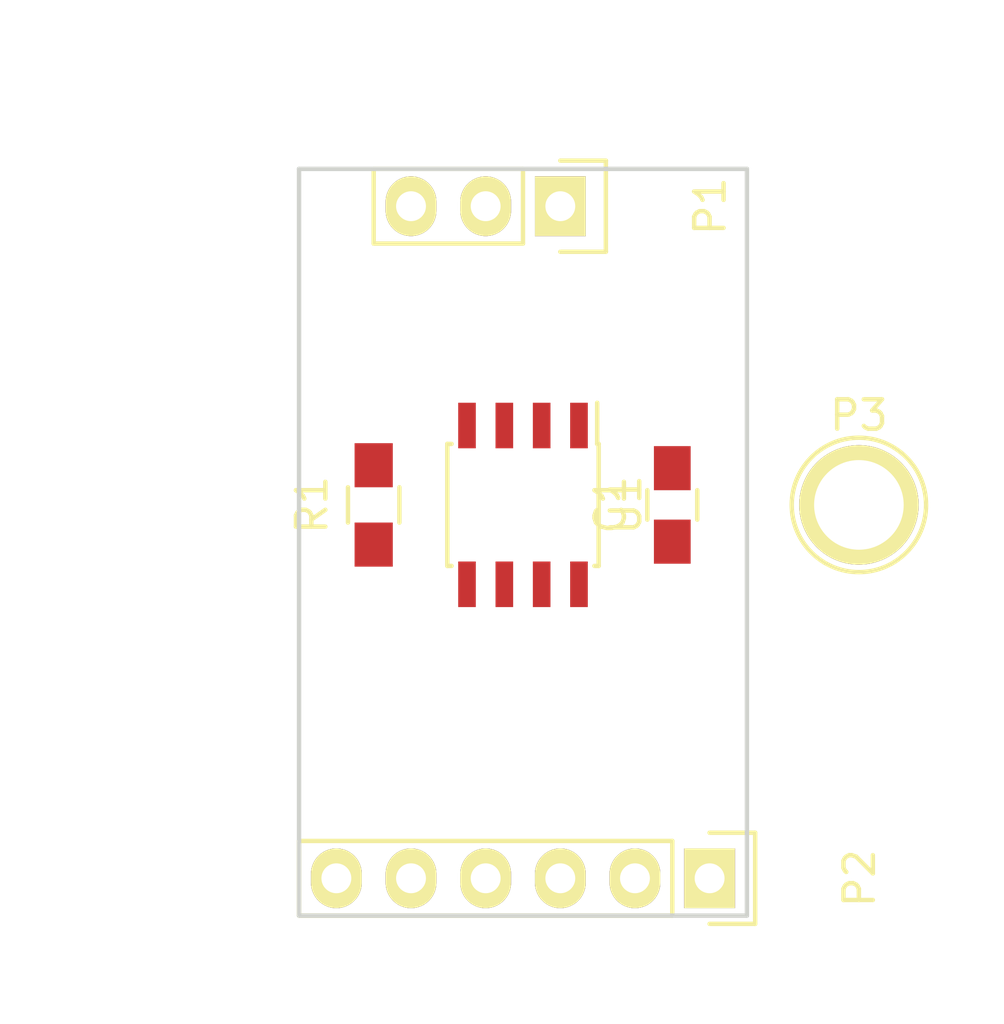
<source format=kicad_pcb>
(kicad_pcb (version 4) (host pcbnew 4.0.4+e1-6308~48~ubuntu16.04.1-stable)

  (general
    (links 13)
    (no_connects 13)
    (area 0 0 0 0)
    (thickness 1.6)
    (drawings 6)
    (tracks 0)
    (zones 0)
    (modules 6)
    (nets 8)
  )

  (page A4)
  (layers
    (0 F.Cu signal)
    (31 B.Cu signal)
    (32 B.Adhes user)
    (33 F.Adhes user)
    (34 B.Paste user)
    (35 F.Paste user)
    (36 B.SilkS user)
    (37 F.SilkS user)
    (38 B.Mask user)
    (39 F.Mask user)
    (40 Dwgs.User user)
    (41 Cmts.User user)
    (42 Eco1.User user)
    (43 Eco2.User user)
    (44 Edge.Cuts user)
    (45 Margin user)
    (46 B.CrtYd user)
    (47 F.CrtYd user)
    (48 B.Fab user)
    (49 F.Fab user)
  )

  (setup
    (last_trace_width 0.25)
    (trace_clearance 0.2)
    (zone_clearance 0.508)
    (zone_45_only no)
    (trace_min 0.2)
    (segment_width 0.2)
    (edge_width 0.15)
    (via_size 0.6)
    (via_drill 0.4)
    (via_min_size 0.4)
    (via_min_drill 0.3)
    (uvia_size 0.3)
    (uvia_drill 0.1)
    (uvias_allowed no)
    (uvia_min_size 0.2)
    (uvia_min_drill 0.1)
    (pcb_text_width 0.3)
    (pcb_text_size 1.5 1.5)
    (mod_edge_width 0.15)
    (mod_text_size 1 1)
    (mod_text_width 0.15)
    (pad_size 1.524 1.524)
    (pad_drill 0.762)
    (pad_to_mask_clearance 0.2)
    (aux_axis_origin 0 0)
    (visible_elements FFFEFF7F)
    (pcbplotparams
      (layerselection 0x00030_80000001)
      (usegerberextensions false)
      (excludeedgelayer true)
      (linewidth 0.100000)
      (plotframeref false)
      (viasonmask false)
      (mode 1)
      (useauxorigin false)
      (hpglpennumber 1)
      (hpglpenspeed 20)
      (hpglpendiameter 15)
      (hpglpenoverlay 2)
      (psnegative false)
      (psa4output false)
      (plotreference true)
      (plotvalue true)
      (plotinvisibletext false)
      (padsonsilk false)
      (subtractmaskfromsilk false)
      (outputformat 1)
      (mirror false)
      (drillshape 1)
      (scaleselection 1)
      (outputdirectory ""))
  )

  (net 0 "")
  (net 1 "Net-(C1-Pad1)")
  (net 2 GND)
  (net 3 +3V3)
  (net 4 +12V)
  (net 5 "Net-(P1-Pad1)")
  (net 6 "Net-(P1-Pad2)")
  (net 7 "Net-(P1-Pad3)")

  (net_class Default "This is the default net class."
    (clearance 0.2)
    (trace_width 0.25)
    (via_dia 0.6)
    (via_drill 0.4)
    (uvia_dia 0.3)
    (uvia_drill 0.1)
    (add_net +12V)
    (add_net +3V3)
    (add_net GND)
    (add_net "Net-(C1-Pad1)")
    (add_net "Net-(P1-Pad1)")
    (add_net "Net-(P1-Pad2)")
    (add_net "Net-(P1-Pad3)")
  )

  (module Capacitors_SMD:C_0805_HandSoldering (layer F.Cu) (tedit 541A9B8D) (tstamp 57EB5A16)
    (at 130.81 104.14 90)
    (descr "Capacitor SMD 0805, hand soldering")
    (tags "capacitor 0805")
    (path /57EB522E)
    (attr smd)
    (fp_text reference C1 (at 0 -2.1 90) (layer F.SilkS)
      (effects (font (size 1 1) (thickness 0.15)))
    )
    (fp_text value 220p (at 0 2.1 90) (layer F.Fab)
      (effects (font (size 1 1) (thickness 0.15)))
    )
    (fp_line (start -2.3 -1) (end 2.3 -1) (layer F.CrtYd) (width 0.05))
    (fp_line (start -2.3 1) (end 2.3 1) (layer F.CrtYd) (width 0.05))
    (fp_line (start -2.3 -1) (end -2.3 1) (layer F.CrtYd) (width 0.05))
    (fp_line (start 2.3 -1) (end 2.3 1) (layer F.CrtYd) (width 0.05))
    (fp_line (start 0.5 -0.85) (end -0.5 -0.85) (layer F.SilkS) (width 0.15))
    (fp_line (start -0.5 0.85) (end 0.5 0.85) (layer F.SilkS) (width 0.15))
    (pad 1 smd rect (at -1.25 0 90) (size 1.5 1.25) (layers F.Cu F.Paste F.Mask)
      (net 1 "Net-(C1-Pad1)"))
    (pad 2 smd rect (at 1.25 0 90) (size 1.5 1.25) (layers F.Cu F.Paste F.Mask)
      (net 2 GND))
    (model Capacitors_SMD.3dshapes/C_0805_HandSoldering.wrl
      (at (xyz 0 0 0))
      (scale (xyz 1 1 1))
      (rotate (xyz 0 0 0))
    )
  )

  (module Pin_Headers:Pin_Header_Straight_1x03 (layer F.Cu) (tedit 0) (tstamp 57EB5A1D)
    (at 127 93.98 270)
    (descr "Through hole pin header")
    (tags "pin header")
    (path /57EBA126)
    (fp_text reference P1 (at 0 -5.1 270) (layer F.SilkS)
      (effects (font (size 1 1) (thickness 0.15)))
    )
    (fp_text value CONN_01X03 (at 0 -3.1 270) (layer F.Fab)
      (effects (font (size 1 1) (thickness 0.15)))
    )
    (fp_line (start -1.75 -1.75) (end -1.75 6.85) (layer F.CrtYd) (width 0.05))
    (fp_line (start 1.75 -1.75) (end 1.75 6.85) (layer F.CrtYd) (width 0.05))
    (fp_line (start -1.75 -1.75) (end 1.75 -1.75) (layer F.CrtYd) (width 0.05))
    (fp_line (start -1.75 6.85) (end 1.75 6.85) (layer F.CrtYd) (width 0.05))
    (fp_line (start -1.27 1.27) (end -1.27 6.35) (layer F.SilkS) (width 0.15))
    (fp_line (start -1.27 6.35) (end 1.27 6.35) (layer F.SilkS) (width 0.15))
    (fp_line (start 1.27 6.35) (end 1.27 1.27) (layer F.SilkS) (width 0.15))
    (fp_line (start 1.55 -1.55) (end 1.55 0) (layer F.SilkS) (width 0.15))
    (fp_line (start 1.27 1.27) (end -1.27 1.27) (layer F.SilkS) (width 0.15))
    (fp_line (start -1.55 0) (end -1.55 -1.55) (layer F.SilkS) (width 0.15))
    (fp_line (start -1.55 -1.55) (end 1.55 -1.55) (layer F.SilkS) (width 0.15))
    (pad 1 thru_hole rect (at 0 0 270) (size 2.032 1.7272) (drill 1.016) (layers *.Cu *.Mask F.SilkS)
      (net 5 "Net-(P1-Pad1)"))
    (pad 2 thru_hole oval (at 0 2.54 270) (size 2.032 1.7272) (drill 1.016) (layers *.Cu *.Mask F.SilkS)
      (net 6 "Net-(P1-Pad2)"))
    (pad 3 thru_hole oval (at 0 5.08 270) (size 2.032 1.7272) (drill 1.016) (layers *.Cu *.Mask F.SilkS)
      (net 7 "Net-(P1-Pad3)"))
    (model Pin_Headers.3dshapes/Pin_Header_Straight_1x03.wrl
      (at (xyz 0 -0.1 0))
      (scale (xyz 1 1 1))
      (rotate (xyz 0 0 90))
    )
  )

  (module Resistors_SMD:R_0805_HandSoldering (layer F.Cu) (tedit 54189DEE) (tstamp 57EB5A57)
    (at 120.65 104.14 90)
    (descr "Resistor SMD 0805, hand soldering")
    (tags "resistor 0805")
    (path /57EB9A03)
    (attr smd)
    (fp_text reference R1 (at 0 -2.1 90) (layer F.SilkS)
      (effects (font (size 1 1) (thickness 0.15)))
    )
    (fp_text value 4K7 (at 0 2.1 90) (layer F.Fab)
      (effects (font (size 1 1) (thickness 0.15)))
    )
    (fp_line (start -2.4 -1) (end 2.4 -1) (layer F.CrtYd) (width 0.05))
    (fp_line (start -2.4 1) (end 2.4 1) (layer F.CrtYd) (width 0.05))
    (fp_line (start -2.4 -1) (end -2.4 1) (layer F.CrtYd) (width 0.05))
    (fp_line (start 2.4 -1) (end 2.4 1) (layer F.CrtYd) (width 0.05))
    (fp_line (start 0.6 0.875) (end -0.6 0.875) (layer F.SilkS) (width 0.15))
    (fp_line (start -0.6 -0.875) (end 0.6 -0.875) (layer F.SilkS) (width 0.15))
    (pad 1 smd rect (at -1.35 0 90) (size 1.5 1.3) (layers F.Cu F.Paste F.Mask)
      (net 3 +3V3))
    (pad 2 smd rect (at 1.35 0 90) (size 1.5 1.3) (layers F.Cu F.Paste F.Mask)
      (net 6 "Net-(P1-Pad2)"))
    (model Resistors_SMD.3dshapes/R_0805_HandSoldering.wrl
      (at (xyz 0 0 0))
      (scale (xyz 1 1 1))
      (rotate (xyz 0 0 0))
    )
  )

  (module Housings_SOIC:SOIC-8_3.9x4.9mm_Pitch1.27mm (layer F.Cu) (tedit 54130A77) (tstamp 57EB5A73)
    (at 125.73 104.14 270)
    (descr "8-Lead Plastic Small Outline (SN) - Narrow, 3.90 mm Body [SOIC] (see Microchip Packaging Specification 00000049BS.pdf)")
    (tags "SOIC 1.27")
    (path /57EB5133)
    (attr smd)
    (fp_text reference U1 (at 0 -3.5 270) (layer F.SilkS)
      (effects (font (size 1 1) (thickness 0.15)))
    )
    (fp_text value MCP2003B (at 0 3.5 270) (layer F.Fab)
      (effects (font (size 1 1) (thickness 0.15)))
    )
    (fp_circle (center -1.5 -2) (end -1.75 -2) (layer F.Fab) (width 0.15))
    (fp_line (start -1.95 -2.45) (end -1.95 2.45) (layer F.Fab) (width 0.15))
    (fp_line (start 1.95 -2.45) (end -1.95 -2.45) (layer F.Fab) (width 0.15))
    (fp_line (start 1.95 2.45) (end 1.95 -2.45) (layer F.Fab) (width 0.15))
    (fp_line (start -1.95 2.45) (end 1.95 2.45) (layer F.Fab) (width 0.15))
    (fp_line (start -3.75 -2.75) (end -3.75 2.75) (layer F.CrtYd) (width 0.05))
    (fp_line (start 3.75 -2.75) (end 3.75 2.75) (layer F.CrtYd) (width 0.05))
    (fp_line (start -3.75 -2.75) (end 3.75 -2.75) (layer F.CrtYd) (width 0.05))
    (fp_line (start -3.75 2.75) (end 3.75 2.75) (layer F.CrtYd) (width 0.05))
    (fp_line (start -2.075 -2.575) (end -2.075 -2.525) (layer F.SilkS) (width 0.15))
    (fp_line (start 2.075 -2.575) (end 2.075 -2.43) (layer F.SilkS) (width 0.15))
    (fp_line (start 2.075 2.575) (end 2.075 2.43) (layer F.SilkS) (width 0.15))
    (fp_line (start -2.075 2.575) (end -2.075 2.43) (layer F.SilkS) (width 0.15))
    (fp_line (start -2.075 -2.575) (end 2.075 -2.575) (layer F.SilkS) (width 0.15))
    (fp_line (start -2.075 2.575) (end 2.075 2.575) (layer F.SilkS) (width 0.15))
    (fp_line (start -2.075 -2.525) (end -3.475 -2.525) (layer F.SilkS) (width 0.15))
    (pad 1 smd rect (at -2.7 -1.905 270) (size 1.55 0.6) (layers F.Cu F.Paste F.Mask)
      (net 6 "Net-(P1-Pad2)"))
    (pad 2 smd rect (at -2.7 -0.635 270) (size 1.55 0.6) (layers F.Cu F.Paste F.Mask)
      (net 5 "Net-(P1-Pad1)"))
    (pad 3 smd rect (at -2.7 0.635 270) (size 1.55 0.6) (layers F.Cu F.Paste F.Mask)
      (net 2 GND))
    (pad 4 smd rect (at -2.7 1.905 270) (size 1.55 0.6) (layers F.Cu F.Paste F.Mask)
      (net 7 "Net-(P1-Pad3)"))
    (pad 5 smd rect (at 2.7 1.905 270) (size 1.55 0.6) (layers F.Cu F.Paste F.Mask)
      (net 2 GND))
    (pad 6 smd rect (at 2.7 0.635 270) (size 1.55 0.6) (layers F.Cu F.Paste F.Mask)
      (net 1 "Net-(C1-Pad1)"))
    (pad 7 smd rect (at 2.7 -0.635 270) (size 1.55 0.6) (layers F.Cu F.Paste F.Mask)
      (net 4 +12V))
    (pad 8 smd rect (at 2.7 -1.905 270) (size 1.55 0.6) (layers F.Cu F.Paste F.Mask))
    (model Housings_SOIC.3dshapes/SOIC-8_3.9x4.9mm_Pitch1.27mm.wrl
      (at (xyz 0 0 0))
      (scale (xyz 1 1 1))
      (rotate (xyz 0 0 0))
    )
  )

  (module Pin_Headers:Pin_Header_Straight_1x06 (layer F.Cu) (tedit 0) (tstamp 57EB5B9B)
    (at 132.08 116.84 270)
    (descr "Through hole pin header")
    (tags "pin header")
    (path /57EBA840)
    (fp_text reference P2 (at 0 -5.1 270) (layer F.SilkS)
      (effects (font (size 1 1) (thickness 0.15)))
    )
    (fp_text value CONN_01X06 (at 0 -3.1 270) (layer F.Fab)
      (effects (font (size 1 1) (thickness 0.15)))
    )
    (fp_line (start -1.75 -1.75) (end -1.75 14.45) (layer F.CrtYd) (width 0.05))
    (fp_line (start 1.75 -1.75) (end 1.75 14.45) (layer F.CrtYd) (width 0.05))
    (fp_line (start -1.75 -1.75) (end 1.75 -1.75) (layer F.CrtYd) (width 0.05))
    (fp_line (start -1.75 14.45) (end 1.75 14.45) (layer F.CrtYd) (width 0.05))
    (fp_line (start 1.27 1.27) (end 1.27 13.97) (layer F.SilkS) (width 0.15))
    (fp_line (start 1.27 13.97) (end -1.27 13.97) (layer F.SilkS) (width 0.15))
    (fp_line (start -1.27 13.97) (end -1.27 1.27) (layer F.SilkS) (width 0.15))
    (fp_line (start 1.55 -1.55) (end 1.55 0) (layer F.SilkS) (width 0.15))
    (fp_line (start 1.27 1.27) (end -1.27 1.27) (layer F.SilkS) (width 0.15))
    (fp_line (start -1.55 0) (end -1.55 -1.55) (layer F.SilkS) (width 0.15))
    (fp_line (start -1.55 -1.55) (end 1.55 -1.55) (layer F.SilkS) (width 0.15))
    (pad 1 thru_hole rect (at 0 0 270) (size 2.032 1.7272) (drill 1.016) (layers *.Cu *.Mask F.SilkS)
      (net 4 +12V))
    (pad 2 thru_hole oval (at 0 2.54 270) (size 2.032 1.7272) (drill 1.016) (layers *.Cu *.Mask F.SilkS)
      (net 2 GND))
    (pad 3 thru_hole oval (at 0 5.08 270) (size 2.032 1.7272) (drill 1.016) (layers *.Cu *.Mask F.SilkS))
    (pad 4 thru_hole oval (at 0 7.62 270) (size 2.032 1.7272) (drill 1.016) (layers *.Cu *.Mask F.SilkS)
      (net 2 GND))
    (pad 5 thru_hole oval (at 0 10.16 270) (size 2.032 1.7272) (drill 1.016) (layers *.Cu *.Mask F.SilkS)
      (net 3 +3V3))
    (pad 6 thru_hole oval (at 0 12.7 270) (size 2.032 1.7272) (drill 1.016) (layers *.Cu *.Mask F.SilkS)
      (net 2 GND))
    (model Pin_Headers.3dshapes/Pin_Header_Straight_1x06.wrl
      (at (xyz 0 -0.25 0))
      (scale (xyz 1 1 1))
      (rotate (xyz 0 0 90))
    )
  )

  (module Connect:1pin (layer F.Cu) (tedit 0) (tstamp 57EB5BA4)
    (at 137.16 104.14)
    (descr "module 1 pin (ou trou mecanique de percage)")
    (tags DEV)
    (path /57EB52FD)
    (fp_text reference P3 (at 0 -3.048) (layer F.SilkS)
      (effects (font (size 1 1) (thickness 0.15)))
    )
    (fp_text value CONN_01X01 (at 0 2.794) (layer F.Fab)
      (effects (font (size 1 1) (thickness 0.15)))
    )
    (fp_circle (center 0 0) (end 0 -2.286) (layer F.SilkS) (width 0.15))
    (pad 1 thru_hole circle (at 0 0) (size 4.064 4.064) (drill 3.048) (layers *.Cu *.Mask F.SilkS)
      (net 1 "Net-(C1-Pad1)"))
  )

  (dimension 15.24 (width 0.3) (layer Dwgs.User)
    (gr_text "0.6000 in" (at 125.73 88.82) (layer Dwgs.User)
      (effects (font (size 1.5 1.5) (thickness 0.3)))
    )
    (feature1 (pts (xy 133.35 92.71) (xy 133.35 87.47)))
    (feature2 (pts (xy 118.11 92.71) (xy 118.11 87.47)))
    (crossbar (pts (xy 118.11 90.17) (xy 133.35 90.17)))
    (arrow1a (pts (xy 133.35 90.17) (xy 132.223496 90.756421)))
    (arrow1b (pts (xy 133.35 90.17) (xy 132.223496 89.583579)))
    (arrow2a (pts (xy 118.11 90.17) (xy 119.236504 90.756421)))
    (arrow2b (pts (xy 118.11 90.17) (xy 119.236504 89.583579)))
  )
  (gr_line (start 118.11 118.11) (end 133.35 118.11) (layer Edge.Cuts) (width 0.15))
  (gr_line (start 118.11 92.71) (end 118.11 118.11) (layer Edge.Cuts) (width 0.15))
  (gr_line (start 133.35 92.71) (end 118.11 92.71) (layer Edge.Cuts) (width 0.15))
  (gr_line (start 133.35 118.11) (end 133.35 92.71) (layer Edge.Cuts) (width 0.15))
  (dimension 25.4 (width 0.3) (layer Dwgs.User)
    (gr_text "1.0000 in" (at 114.22 105.41 90) (layer Dwgs.User)
      (effects (font (size 1.5 1.5) (thickness 0.3)))
    )
    (feature1 (pts (xy 118.11 92.71) (xy 112.87 92.71)))
    (feature2 (pts (xy 118.11 118.11) (xy 112.87 118.11)))
    (crossbar (pts (xy 115.57 118.11) (xy 115.57 92.71)))
    (arrow1a (pts (xy 115.57 92.71) (xy 116.156421 93.836504)))
    (arrow1b (pts (xy 115.57 92.71) (xy 114.983579 93.836504)))
    (arrow2a (pts (xy 115.57 118.11) (xy 116.156421 116.983496)))
    (arrow2b (pts (xy 115.57 118.11) (xy 114.983579 116.983496)))
  )

)

</source>
